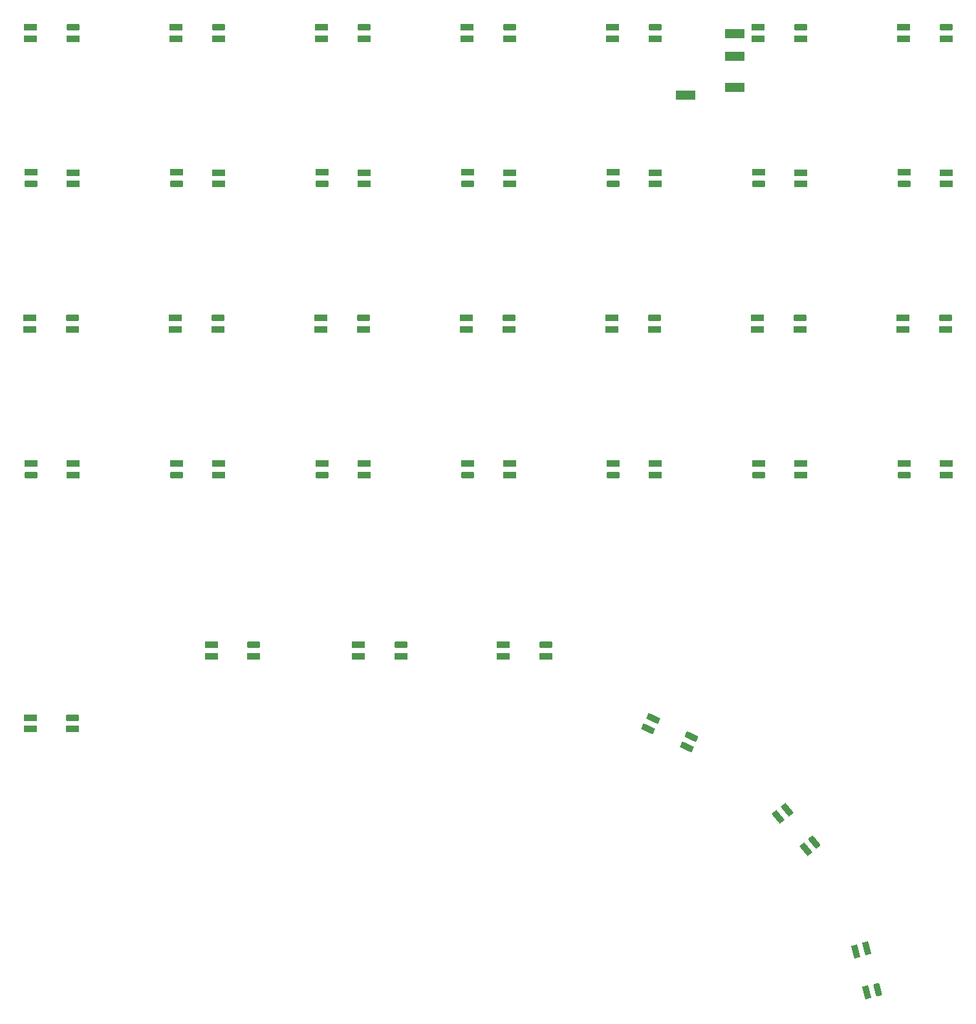
<source format=gtp>
%TF.GenerationSoftware,KiCad,Pcbnew,7.0.1*%
%TF.CreationDate,2023-04-06T15:27:56+10:00*%
%TF.ProjectId,genesys,67656e65-7379-4732-9e6b-696361645f70,rev?*%
%TF.SameCoordinates,Original*%
%TF.FileFunction,Paste,Top*%
%TF.FilePolarity,Positive*%
%FSLAX46Y46*%
G04 Gerber Fmt 4.6, Leading zero omitted, Abs format (unit mm)*
G04 Created by KiCad (PCBNEW 7.0.1) date 2023-04-06 15:27:56*
%MOMM*%
%LPD*%
G01*
G04 APERTURE LIST*
G04 Aperture macros list*
%AMRoundRect*
0 Rectangle with rounded corners*
0 $1 Rounding radius*
0 $2 $3 $4 $5 $6 $7 $8 $9 X,Y pos of 4 corners*
0 Add a 4 corners polygon primitive as box body*
4,1,4,$2,$3,$4,$5,$6,$7,$8,$9,$2,$3,0*
0 Add four circle primitives for the rounded corners*
1,1,$1+$1,$2,$3*
1,1,$1+$1,$4,$5*
1,1,$1+$1,$6,$7*
1,1,$1+$1,$8,$9*
0 Add four rect primitives between the rounded corners*
20,1,$1+$1,$2,$3,$4,$5,0*
20,1,$1+$1,$4,$5,$6,$7,0*
20,1,$1+$1,$6,$7,$8,$9,0*
20,1,$1+$1,$8,$9,$2,$3,0*%
%AMRotRect*
0 Rectangle, with rotation*
0 The origin of the aperture is its center*
0 $1 length*
0 $2 width*
0 $3 Rotation angle, in degrees counterclockwise*
0 Add horizontal line*
21,1,$1,$2,0,0,$3*%
G04 Aperture macros list end*
%ADD10R,2.500000X1.200000*%
%ADD11R,1.700000X0.820000*%
%ADD12RoundRect,0.205000X0.645000X0.205000X-0.645000X0.205000X-0.645000X-0.205000X0.645000X-0.205000X0*%
%ADD13RoundRect,0.205000X-0.645000X-0.205000X0.645000X-0.205000X0.645000X0.205000X-0.645000X0.205000X0*%
%ADD14RotRect,1.700000X0.820000X285.000000*%
%ADD15RoundRect,0.205000X-0.364953X0.569964X-0.031077X-0.676080X0.364953X-0.569964X0.031077X0.676080X0*%
%ADD16RotRect,1.700000X0.820000X310.000000*%
%ADD17RoundRect,0.205000X-0.571637X0.362327X0.257559X-0.625870X0.571637X-0.362327X-0.257559X0.625870X0*%
%ADD18RotRect,1.700000X0.820000X335.000000*%
%ADD19RoundRect,0.205000X-0.671205X0.086796X0.497932X-0.458382X0.671205X-0.086796X-0.497932X0.458382X0*%
G04 APERTURE END LIST*
D10*
%TO.C,J1*%
X128905000Y-42735000D03*
X128905000Y-38735000D03*
X128905000Y-35735000D03*
X122405000Y-43835000D03*
%TD*%
D11*
%TO.C,SK6812Mini-E26*%
X118488836Y-92000000D03*
X118488836Y-93500000D03*
D12*
X112928836Y-93490000D03*
D11*
X112928836Y-91990000D03*
%TD*%
%TO.C,SK6812Mini-E27*%
X137538836Y-92000000D03*
X137538836Y-93500000D03*
D12*
X131978836Y-93490000D03*
D11*
X131978836Y-91990000D03*
%TD*%
%TO.C,SK6812Mini-E7*%
X36708836Y-36420000D03*
X36708836Y-34920000D03*
D13*
X42268836Y-34930000D03*
D11*
X42268836Y-36430000D03*
%TD*%
%TO.C,SK6812Mini-E19*%
X74685000Y-74450000D03*
X74685000Y-72950000D03*
D13*
X80245000Y-72960000D03*
D11*
X80245000Y-74460000D03*
%TD*%
%TO.C,SK6812Mini-E34*%
X60355000Y-117170000D03*
X60355000Y-115670000D03*
D13*
X65915000Y-115680000D03*
D11*
X65915000Y-117180000D03*
%TD*%
%TO.C,SK6812Mini-E23*%
X61338836Y-92000000D03*
X61338836Y-93500000D03*
D12*
X55778836Y-93490000D03*
D11*
X55778836Y-91990000D03*
%TD*%
%TO.C,SK6812Mini-E11*%
X99438836Y-53912492D03*
X99438836Y-55412492D03*
D12*
X93878836Y-55402492D03*
D11*
X93878836Y-53902492D03*
%TD*%
%TO.C,SK6812Mini-E5*%
X74808836Y-36420000D03*
X74808836Y-34920000D03*
D13*
X80368836Y-34930000D03*
D11*
X80368836Y-36430000D03*
%TD*%
%TO.C,SK6812Mini-E21*%
X36585000Y-74450000D03*
X36585000Y-72950000D03*
D13*
X42145000Y-72960000D03*
D11*
X42145000Y-74460000D03*
%TD*%
%TO.C,SK6812Mini-E25*%
X99438836Y-92000000D03*
X99438836Y-93500000D03*
D12*
X93878836Y-93490000D03*
D11*
X93878836Y-91990000D03*
%TD*%
D14*
%TO.C,SK6812Mini-E29*%
X144688430Y-155782546D03*
X146137318Y-155394318D03*
D15*
X147566693Y-160767454D03*
D14*
X146117804Y-161155682D03*
%TD*%
D11*
%TO.C,SK6812Mini-E17*%
X112785000Y-74450000D03*
X112785000Y-72950000D03*
D13*
X118345000Y-72960000D03*
D11*
X118345000Y-74460000D03*
%TD*%
%TO.C,SK6812Mini-E22*%
X42288836Y-92000000D03*
X42288836Y-93500000D03*
D12*
X36728836Y-93490000D03*
D11*
X36728836Y-91990000D03*
%TD*%
%TO.C,SK6812Mini-E33*%
X79605000Y-117170000D03*
X79605000Y-115670000D03*
D13*
X85165000Y-115680000D03*
D11*
X85165000Y-117180000D03*
%TD*%
%TO.C,SK6812Mini-E6*%
X55758836Y-36420000D03*
X55758836Y-34920000D03*
D13*
X61318836Y-34930000D03*
D11*
X61318836Y-36430000D03*
%TD*%
%TO.C,SK6812Mini-E18*%
X93735000Y-74450000D03*
X93735000Y-72950000D03*
D13*
X99295000Y-72960000D03*
D11*
X99295000Y-74460000D03*
%TD*%
%TO.C,SK6812Mini-E20*%
X55635000Y-74450000D03*
X55635000Y-72950000D03*
D13*
X61195000Y-72960000D03*
D11*
X61195000Y-74460000D03*
%TD*%
%TO.C,SK6812Mini-E3*%
X112908836Y-36420000D03*
X112908836Y-34920000D03*
D13*
X118468836Y-34930000D03*
D11*
X118468836Y-36430000D03*
%TD*%
%TO.C,SK6812Mini-E28*%
X156588836Y-92000000D03*
X156588836Y-93500000D03*
D12*
X151028836Y-93490000D03*
D11*
X151028836Y-91990000D03*
%TD*%
%TO.C,SK6812Mini-E4*%
X93858836Y-36420000D03*
X93858836Y-34920000D03*
D13*
X99418836Y-34930000D03*
D11*
X99418836Y-36430000D03*
%TD*%
%TO.C,SK6812Mini-E8*%
X42288836Y-53912492D03*
X42288836Y-55412492D03*
D12*
X36728836Y-55402492D03*
D11*
X36728836Y-53902492D03*
%TD*%
%TO.C,SK6812Mini-E32*%
X98585000Y-117200000D03*
X98585000Y-115700000D03*
D13*
X104145000Y-115710000D03*
D11*
X104145000Y-117210000D03*
%TD*%
%TO.C,SK6812Mini-E12*%
X118488836Y-53912492D03*
X118488836Y-55412492D03*
D12*
X112928836Y-55402492D03*
D11*
X112928836Y-53902492D03*
%TD*%
D16*
%TO.C,SK6812Mini-E30*%
X134587024Y-138192415D03*
X135736091Y-137228234D03*
D17*
X139302329Y-141493869D03*
D16*
X138153263Y-142458050D03*
%TD*%
D11*
%TO.C,SK6812Mini-E24*%
X80388836Y-92000000D03*
X80388836Y-93500000D03*
D12*
X74828836Y-93490000D03*
D11*
X74828836Y-91990000D03*
%TD*%
%TO.C,SK6812Mini-E10*%
X80388836Y-53912492D03*
X80388836Y-55412492D03*
D12*
X74828836Y-55402492D03*
D11*
X74828836Y-53902492D03*
%TD*%
D18*
%TO.C,SK6812Mini-E31*%
X117542027Y-126679975D03*
X118175955Y-125320513D03*
D19*
X123210800Y-127679334D03*
D18*
X122576872Y-129038795D03*
%TD*%
D11*
%TO.C,SK6812Mini-E15*%
X150885000Y-74450000D03*
X150885000Y-72950000D03*
D13*
X156445000Y-72960000D03*
D11*
X156445000Y-74460000D03*
%TD*%
%TO.C,SK6812Mini-E14*%
X156588836Y-53912492D03*
X156588836Y-55412492D03*
D12*
X151028836Y-55402492D03*
D11*
X151028836Y-53902492D03*
%TD*%
%TO.C,SK6812Mini-E9*%
X61338836Y-53912492D03*
X61338836Y-55412492D03*
D12*
X55778836Y-55402492D03*
D11*
X55778836Y-53902492D03*
%TD*%
%TO.C,SK6812Mini-E2*%
X131958836Y-36420000D03*
X131958836Y-34920000D03*
D13*
X137518836Y-34930000D03*
D11*
X137518836Y-36430000D03*
%TD*%
%TO.C,SK6812Mini-E16*%
X131835000Y-74450000D03*
X131835000Y-72950000D03*
D13*
X137395000Y-72960000D03*
D11*
X137395000Y-74460000D03*
%TD*%
%TO.C,SK6812Mini-E13*%
X137538836Y-53912492D03*
X137538836Y-55412492D03*
D12*
X131978836Y-55402492D03*
D11*
X131978836Y-53902492D03*
%TD*%
%TO.C,SK6812Mini-E1*%
X151008836Y-36420000D03*
X151008836Y-34920000D03*
D13*
X156568836Y-34930000D03*
D11*
X156568836Y-36430000D03*
%TD*%
%TO.C,SK6812Mini-E35*%
X36645000Y-126710000D03*
X36645000Y-125210000D03*
D13*
X42205000Y-125220000D03*
D11*
X42205000Y-126720000D03*
%TD*%
M02*

</source>
